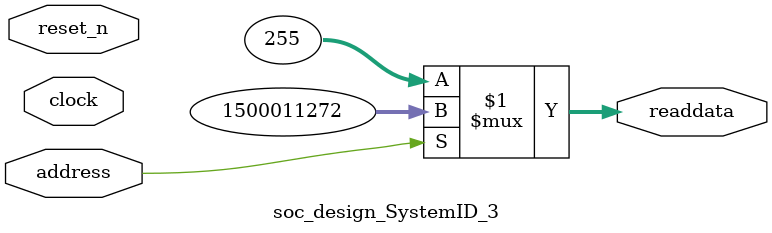
<source format=v>
module soc_design_SystemID_3 (
                address,
                clock,
                reset_n,
                readdata
             )
;
  output  [ 31: 0] readdata;
  input            address;
  input            clock;
  input            reset_n;
  wire    [ 31: 0] readdata;
  assign readdata = address ? 1500011272 : 255;
endmodule
</source>
